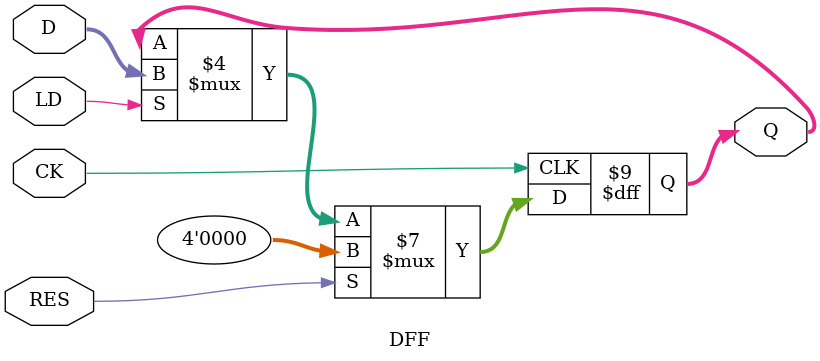
<source format=v>
module DFF (CK, D, Q, LD, RES);
    input         CK, LD, RES;
    input   [3:0] D;
    output  [3:0] Q;
    reg     [3:0] Q;

    always @(posedge CK) begin
        if (RES==1'b1)
            Q <= 4'h0;
        else if (LD==1'b1)
            Q <= D;
    end

endmodule


</source>
